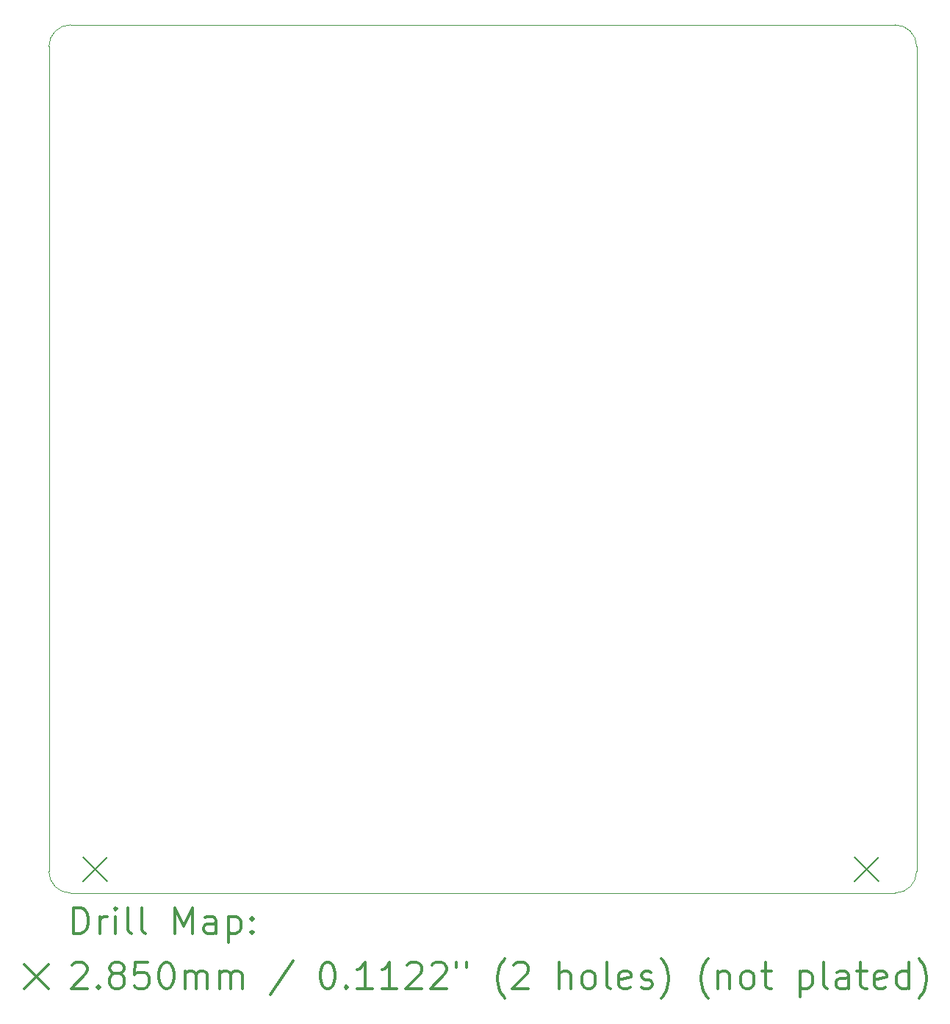
<source format=gbr>
%FSLAX45Y45*%
G04 Gerber Fmt 4.5, Leading zero omitted, Abs format (unit mm)*
G04 Created by KiCad (PCBNEW (5.1.10)-1) date 2021-07-30 10:31:12*
%MOMM*%
%LPD*%
G01*
G04 APERTURE LIST*
%TA.AperFunction,Profile*%
%ADD10C,0.050000*%
%TD*%
%ADD11C,0.200000*%
%ADD12C,0.300000*%
G04 APERTURE END LIST*
D10*
X19500000Y-3250000D02*
X19500000Y-12750000D01*
X9750000Y-3000000D02*
X19250000Y-3000000D01*
X9500000Y-12750000D02*
X9500000Y-3250000D01*
X19250000Y-13000000D02*
X9750000Y-13000000D01*
X9750000Y-13000000D02*
G75*
G02*
X9500000Y-12750000I0J250000D01*
G01*
X9500000Y-3250000D02*
G75*
G02*
X9750000Y-3000000I250000J0D01*
G01*
X19250000Y-3000000D02*
G75*
G02*
X19500000Y-3250000I0J-250000D01*
G01*
X19500000Y-12750000D02*
G75*
G02*
X19250000Y-13000000I-250000J0D01*
G01*
D11*
X9890500Y-12582900D02*
X10175500Y-12867900D01*
X10175500Y-12582900D02*
X9890500Y-12867900D01*
X18780500Y-12582900D02*
X19065500Y-12867900D01*
X19065500Y-12582900D02*
X18780500Y-12867900D01*
D12*
X9783928Y-13468214D02*
X9783928Y-13168214D01*
X9855357Y-13168214D01*
X9898214Y-13182500D01*
X9926786Y-13211071D01*
X9941071Y-13239643D01*
X9955357Y-13296786D01*
X9955357Y-13339643D01*
X9941071Y-13396786D01*
X9926786Y-13425357D01*
X9898214Y-13453929D01*
X9855357Y-13468214D01*
X9783928Y-13468214D01*
X10083928Y-13468214D02*
X10083928Y-13268214D01*
X10083928Y-13325357D02*
X10098214Y-13296786D01*
X10112500Y-13282500D01*
X10141071Y-13268214D01*
X10169643Y-13268214D01*
X10269643Y-13468214D02*
X10269643Y-13268214D01*
X10269643Y-13168214D02*
X10255357Y-13182500D01*
X10269643Y-13196786D01*
X10283928Y-13182500D01*
X10269643Y-13168214D01*
X10269643Y-13196786D01*
X10455357Y-13468214D02*
X10426786Y-13453929D01*
X10412500Y-13425357D01*
X10412500Y-13168214D01*
X10612500Y-13468214D02*
X10583928Y-13453929D01*
X10569643Y-13425357D01*
X10569643Y-13168214D01*
X10955357Y-13468214D02*
X10955357Y-13168214D01*
X11055357Y-13382500D01*
X11155357Y-13168214D01*
X11155357Y-13468214D01*
X11426786Y-13468214D02*
X11426786Y-13311071D01*
X11412500Y-13282500D01*
X11383928Y-13268214D01*
X11326786Y-13268214D01*
X11298214Y-13282500D01*
X11426786Y-13453929D02*
X11398214Y-13468214D01*
X11326786Y-13468214D01*
X11298214Y-13453929D01*
X11283928Y-13425357D01*
X11283928Y-13396786D01*
X11298214Y-13368214D01*
X11326786Y-13353929D01*
X11398214Y-13353929D01*
X11426786Y-13339643D01*
X11569643Y-13268214D02*
X11569643Y-13568214D01*
X11569643Y-13282500D02*
X11598214Y-13268214D01*
X11655357Y-13268214D01*
X11683928Y-13282500D01*
X11698214Y-13296786D01*
X11712500Y-13325357D01*
X11712500Y-13411071D01*
X11698214Y-13439643D01*
X11683928Y-13453929D01*
X11655357Y-13468214D01*
X11598214Y-13468214D01*
X11569643Y-13453929D01*
X11841071Y-13439643D02*
X11855357Y-13453929D01*
X11841071Y-13468214D01*
X11826786Y-13453929D01*
X11841071Y-13439643D01*
X11841071Y-13468214D01*
X11841071Y-13282500D02*
X11855357Y-13296786D01*
X11841071Y-13311071D01*
X11826786Y-13296786D01*
X11841071Y-13282500D01*
X11841071Y-13311071D01*
X9212500Y-13820000D02*
X9497500Y-14105000D01*
X9497500Y-13820000D02*
X9212500Y-14105000D01*
X9769643Y-13826786D02*
X9783928Y-13812500D01*
X9812500Y-13798214D01*
X9883928Y-13798214D01*
X9912500Y-13812500D01*
X9926786Y-13826786D01*
X9941071Y-13855357D01*
X9941071Y-13883929D01*
X9926786Y-13926786D01*
X9755357Y-14098214D01*
X9941071Y-14098214D01*
X10069643Y-14069643D02*
X10083928Y-14083929D01*
X10069643Y-14098214D01*
X10055357Y-14083929D01*
X10069643Y-14069643D01*
X10069643Y-14098214D01*
X10255357Y-13926786D02*
X10226786Y-13912500D01*
X10212500Y-13898214D01*
X10198214Y-13869643D01*
X10198214Y-13855357D01*
X10212500Y-13826786D01*
X10226786Y-13812500D01*
X10255357Y-13798214D01*
X10312500Y-13798214D01*
X10341071Y-13812500D01*
X10355357Y-13826786D01*
X10369643Y-13855357D01*
X10369643Y-13869643D01*
X10355357Y-13898214D01*
X10341071Y-13912500D01*
X10312500Y-13926786D01*
X10255357Y-13926786D01*
X10226786Y-13941071D01*
X10212500Y-13955357D01*
X10198214Y-13983929D01*
X10198214Y-14041071D01*
X10212500Y-14069643D01*
X10226786Y-14083929D01*
X10255357Y-14098214D01*
X10312500Y-14098214D01*
X10341071Y-14083929D01*
X10355357Y-14069643D01*
X10369643Y-14041071D01*
X10369643Y-13983929D01*
X10355357Y-13955357D01*
X10341071Y-13941071D01*
X10312500Y-13926786D01*
X10641071Y-13798214D02*
X10498214Y-13798214D01*
X10483928Y-13941071D01*
X10498214Y-13926786D01*
X10526786Y-13912500D01*
X10598214Y-13912500D01*
X10626786Y-13926786D01*
X10641071Y-13941071D01*
X10655357Y-13969643D01*
X10655357Y-14041071D01*
X10641071Y-14069643D01*
X10626786Y-14083929D01*
X10598214Y-14098214D01*
X10526786Y-14098214D01*
X10498214Y-14083929D01*
X10483928Y-14069643D01*
X10841071Y-13798214D02*
X10869643Y-13798214D01*
X10898214Y-13812500D01*
X10912500Y-13826786D01*
X10926786Y-13855357D01*
X10941071Y-13912500D01*
X10941071Y-13983929D01*
X10926786Y-14041071D01*
X10912500Y-14069643D01*
X10898214Y-14083929D01*
X10869643Y-14098214D01*
X10841071Y-14098214D01*
X10812500Y-14083929D01*
X10798214Y-14069643D01*
X10783928Y-14041071D01*
X10769643Y-13983929D01*
X10769643Y-13912500D01*
X10783928Y-13855357D01*
X10798214Y-13826786D01*
X10812500Y-13812500D01*
X10841071Y-13798214D01*
X11069643Y-14098214D02*
X11069643Y-13898214D01*
X11069643Y-13926786D02*
X11083928Y-13912500D01*
X11112500Y-13898214D01*
X11155357Y-13898214D01*
X11183928Y-13912500D01*
X11198214Y-13941071D01*
X11198214Y-14098214D01*
X11198214Y-13941071D02*
X11212500Y-13912500D01*
X11241071Y-13898214D01*
X11283928Y-13898214D01*
X11312500Y-13912500D01*
X11326786Y-13941071D01*
X11326786Y-14098214D01*
X11469643Y-14098214D02*
X11469643Y-13898214D01*
X11469643Y-13926786D02*
X11483928Y-13912500D01*
X11512500Y-13898214D01*
X11555357Y-13898214D01*
X11583928Y-13912500D01*
X11598214Y-13941071D01*
X11598214Y-14098214D01*
X11598214Y-13941071D02*
X11612500Y-13912500D01*
X11641071Y-13898214D01*
X11683928Y-13898214D01*
X11712500Y-13912500D01*
X11726786Y-13941071D01*
X11726786Y-14098214D01*
X12312500Y-13783929D02*
X12055357Y-14169643D01*
X12698214Y-13798214D02*
X12726786Y-13798214D01*
X12755357Y-13812500D01*
X12769643Y-13826786D01*
X12783928Y-13855357D01*
X12798214Y-13912500D01*
X12798214Y-13983929D01*
X12783928Y-14041071D01*
X12769643Y-14069643D01*
X12755357Y-14083929D01*
X12726786Y-14098214D01*
X12698214Y-14098214D01*
X12669643Y-14083929D01*
X12655357Y-14069643D01*
X12641071Y-14041071D01*
X12626786Y-13983929D01*
X12626786Y-13912500D01*
X12641071Y-13855357D01*
X12655357Y-13826786D01*
X12669643Y-13812500D01*
X12698214Y-13798214D01*
X12926786Y-14069643D02*
X12941071Y-14083929D01*
X12926786Y-14098214D01*
X12912500Y-14083929D01*
X12926786Y-14069643D01*
X12926786Y-14098214D01*
X13226786Y-14098214D02*
X13055357Y-14098214D01*
X13141071Y-14098214D02*
X13141071Y-13798214D01*
X13112500Y-13841071D01*
X13083928Y-13869643D01*
X13055357Y-13883929D01*
X13512500Y-14098214D02*
X13341071Y-14098214D01*
X13426786Y-14098214D02*
X13426786Y-13798214D01*
X13398214Y-13841071D01*
X13369643Y-13869643D01*
X13341071Y-13883929D01*
X13626786Y-13826786D02*
X13641071Y-13812500D01*
X13669643Y-13798214D01*
X13741071Y-13798214D01*
X13769643Y-13812500D01*
X13783928Y-13826786D01*
X13798214Y-13855357D01*
X13798214Y-13883929D01*
X13783928Y-13926786D01*
X13612500Y-14098214D01*
X13798214Y-14098214D01*
X13912500Y-13826786D02*
X13926786Y-13812500D01*
X13955357Y-13798214D01*
X14026786Y-13798214D01*
X14055357Y-13812500D01*
X14069643Y-13826786D01*
X14083928Y-13855357D01*
X14083928Y-13883929D01*
X14069643Y-13926786D01*
X13898214Y-14098214D01*
X14083928Y-14098214D01*
X14198214Y-13798214D02*
X14198214Y-13855357D01*
X14312500Y-13798214D02*
X14312500Y-13855357D01*
X14755357Y-14212500D02*
X14741071Y-14198214D01*
X14712500Y-14155357D01*
X14698214Y-14126786D01*
X14683928Y-14083929D01*
X14669643Y-14012500D01*
X14669643Y-13955357D01*
X14683928Y-13883929D01*
X14698214Y-13841071D01*
X14712500Y-13812500D01*
X14741071Y-13769643D01*
X14755357Y-13755357D01*
X14855357Y-13826786D02*
X14869643Y-13812500D01*
X14898214Y-13798214D01*
X14969643Y-13798214D01*
X14998214Y-13812500D01*
X15012500Y-13826786D01*
X15026786Y-13855357D01*
X15026786Y-13883929D01*
X15012500Y-13926786D01*
X14841071Y-14098214D01*
X15026786Y-14098214D01*
X15383928Y-14098214D02*
X15383928Y-13798214D01*
X15512500Y-14098214D02*
X15512500Y-13941071D01*
X15498214Y-13912500D01*
X15469643Y-13898214D01*
X15426786Y-13898214D01*
X15398214Y-13912500D01*
X15383928Y-13926786D01*
X15698214Y-14098214D02*
X15669643Y-14083929D01*
X15655357Y-14069643D01*
X15641071Y-14041071D01*
X15641071Y-13955357D01*
X15655357Y-13926786D01*
X15669643Y-13912500D01*
X15698214Y-13898214D01*
X15741071Y-13898214D01*
X15769643Y-13912500D01*
X15783928Y-13926786D01*
X15798214Y-13955357D01*
X15798214Y-14041071D01*
X15783928Y-14069643D01*
X15769643Y-14083929D01*
X15741071Y-14098214D01*
X15698214Y-14098214D01*
X15969643Y-14098214D02*
X15941071Y-14083929D01*
X15926786Y-14055357D01*
X15926786Y-13798214D01*
X16198214Y-14083929D02*
X16169643Y-14098214D01*
X16112500Y-14098214D01*
X16083928Y-14083929D01*
X16069643Y-14055357D01*
X16069643Y-13941071D01*
X16083928Y-13912500D01*
X16112500Y-13898214D01*
X16169643Y-13898214D01*
X16198214Y-13912500D01*
X16212500Y-13941071D01*
X16212500Y-13969643D01*
X16069643Y-13998214D01*
X16326786Y-14083929D02*
X16355357Y-14098214D01*
X16412500Y-14098214D01*
X16441071Y-14083929D01*
X16455357Y-14055357D01*
X16455357Y-14041071D01*
X16441071Y-14012500D01*
X16412500Y-13998214D01*
X16369643Y-13998214D01*
X16341071Y-13983929D01*
X16326786Y-13955357D01*
X16326786Y-13941071D01*
X16341071Y-13912500D01*
X16369643Y-13898214D01*
X16412500Y-13898214D01*
X16441071Y-13912500D01*
X16555357Y-14212500D02*
X16569643Y-14198214D01*
X16598214Y-14155357D01*
X16612500Y-14126786D01*
X16626786Y-14083929D01*
X16641071Y-14012500D01*
X16641071Y-13955357D01*
X16626786Y-13883929D01*
X16612500Y-13841071D01*
X16598214Y-13812500D01*
X16569643Y-13769643D01*
X16555357Y-13755357D01*
X17098214Y-14212500D02*
X17083928Y-14198214D01*
X17055357Y-14155357D01*
X17041071Y-14126786D01*
X17026786Y-14083929D01*
X17012500Y-14012500D01*
X17012500Y-13955357D01*
X17026786Y-13883929D01*
X17041071Y-13841071D01*
X17055357Y-13812500D01*
X17083928Y-13769643D01*
X17098214Y-13755357D01*
X17212500Y-13898214D02*
X17212500Y-14098214D01*
X17212500Y-13926786D02*
X17226786Y-13912500D01*
X17255357Y-13898214D01*
X17298214Y-13898214D01*
X17326786Y-13912500D01*
X17341071Y-13941071D01*
X17341071Y-14098214D01*
X17526786Y-14098214D02*
X17498214Y-14083929D01*
X17483928Y-14069643D01*
X17469643Y-14041071D01*
X17469643Y-13955357D01*
X17483928Y-13926786D01*
X17498214Y-13912500D01*
X17526786Y-13898214D01*
X17569643Y-13898214D01*
X17598214Y-13912500D01*
X17612500Y-13926786D01*
X17626786Y-13955357D01*
X17626786Y-14041071D01*
X17612500Y-14069643D01*
X17598214Y-14083929D01*
X17569643Y-14098214D01*
X17526786Y-14098214D01*
X17712500Y-13898214D02*
X17826786Y-13898214D01*
X17755357Y-13798214D02*
X17755357Y-14055357D01*
X17769643Y-14083929D01*
X17798214Y-14098214D01*
X17826786Y-14098214D01*
X18155357Y-13898214D02*
X18155357Y-14198214D01*
X18155357Y-13912500D02*
X18183928Y-13898214D01*
X18241071Y-13898214D01*
X18269643Y-13912500D01*
X18283928Y-13926786D01*
X18298214Y-13955357D01*
X18298214Y-14041071D01*
X18283928Y-14069643D01*
X18269643Y-14083929D01*
X18241071Y-14098214D01*
X18183928Y-14098214D01*
X18155357Y-14083929D01*
X18469643Y-14098214D02*
X18441071Y-14083929D01*
X18426786Y-14055357D01*
X18426786Y-13798214D01*
X18712500Y-14098214D02*
X18712500Y-13941071D01*
X18698214Y-13912500D01*
X18669643Y-13898214D01*
X18612500Y-13898214D01*
X18583928Y-13912500D01*
X18712500Y-14083929D02*
X18683928Y-14098214D01*
X18612500Y-14098214D01*
X18583928Y-14083929D01*
X18569643Y-14055357D01*
X18569643Y-14026786D01*
X18583928Y-13998214D01*
X18612500Y-13983929D01*
X18683928Y-13983929D01*
X18712500Y-13969643D01*
X18812500Y-13898214D02*
X18926786Y-13898214D01*
X18855357Y-13798214D02*
X18855357Y-14055357D01*
X18869643Y-14083929D01*
X18898214Y-14098214D01*
X18926786Y-14098214D01*
X19141071Y-14083929D02*
X19112500Y-14098214D01*
X19055357Y-14098214D01*
X19026786Y-14083929D01*
X19012500Y-14055357D01*
X19012500Y-13941071D01*
X19026786Y-13912500D01*
X19055357Y-13898214D01*
X19112500Y-13898214D01*
X19141071Y-13912500D01*
X19155357Y-13941071D01*
X19155357Y-13969643D01*
X19012500Y-13998214D01*
X19412500Y-14098214D02*
X19412500Y-13798214D01*
X19412500Y-14083929D02*
X19383928Y-14098214D01*
X19326786Y-14098214D01*
X19298214Y-14083929D01*
X19283928Y-14069643D01*
X19269643Y-14041071D01*
X19269643Y-13955357D01*
X19283928Y-13926786D01*
X19298214Y-13912500D01*
X19326786Y-13898214D01*
X19383928Y-13898214D01*
X19412500Y-13912500D01*
X19526786Y-14212500D02*
X19541071Y-14198214D01*
X19569643Y-14155357D01*
X19583928Y-14126786D01*
X19598214Y-14083929D01*
X19612500Y-14012500D01*
X19612500Y-13955357D01*
X19598214Y-13883929D01*
X19583928Y-13841071D01*
X19569643Y-13812500D01*
X19541071Y-13769643D01*
X19526786Y-13755357D01*
M02*

</source>
